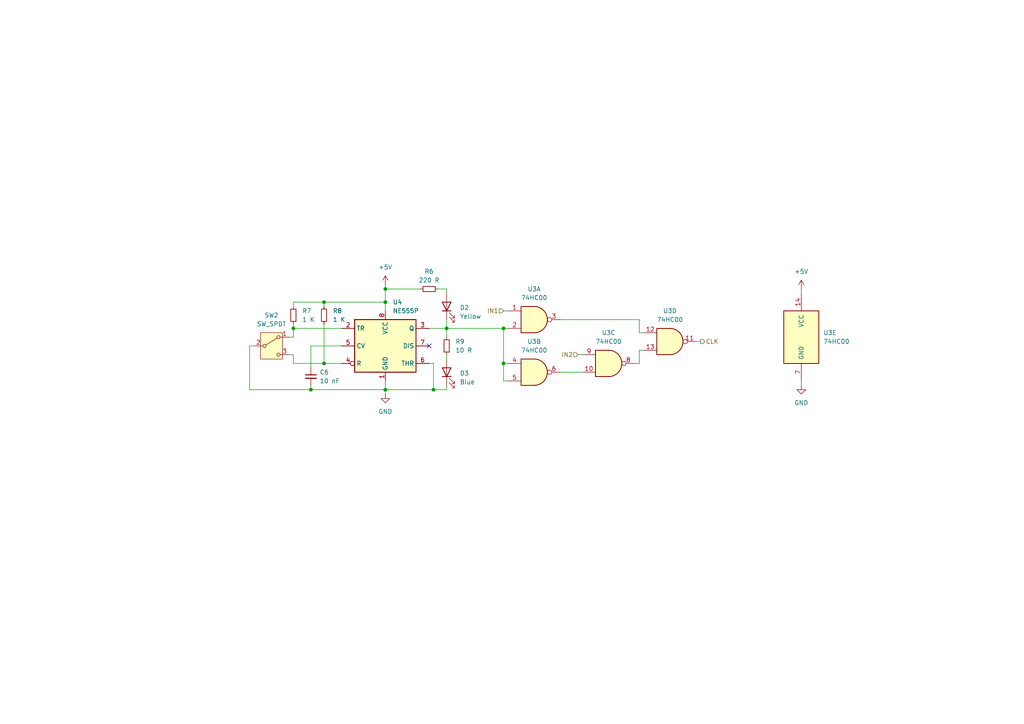
<source format=kicad_sch>
(kicad_sch (version 20250114) (generator "eeschema") (generator_version "9.0")
  (paper "A4")
  (lib_symbols
    (symbol "74xx:74HC00" (pin_names (offset 1.016))
      (property "Reference" "U" (at 0 1.27 0))
      (property "Value" "74HC00" (at 0 -1.27 0))
      (symbol "74HC00_1_1"
        (arc (start 0 3.81) (mid 3.7934 0) (end 0 -3.81) (stroke (width 0.254)) (fill (type background)))
        (polyline (pts (xy 0 3.81) (xy -3.81 3.81) (xy -3.81 -3.81) (xy 0 -3.81)) (stroke (width 0.254)) (fill (type background)))
        (pin input line (at -7.62 2.54 0) (length 3.81) (name "~") (number "1"))
        (pin input line (at -7.62 -2.54 0) (length 3.81) (name "~") (number "2"))
        (pin output inverted (at 7.62 0 180) (length 3.81) (name "~") (number "3"))
      )
      (symbol "74HC00_1_2"
        (arc (start -3.81 3.81) (mid -2.589 0) (end -3.81 -3.81) (stroke (width 0.254)))
        (polyline (pts (xy -3.81 3.81) (xy -0.635 3.81)) (stroke (width 0.254)) (fill (type background)))
        (polyline (pts (xy -3.81 -3.81) (xy -0.635 -3.81)) (stroke (width 0.254)) (fill (type background)))
        (arc (start 3.81 0) (mid 2.1855 -2.584) (end -0.6096 -3.81) (stroke (width 0.254)) (fill (type background)))
        (arc (start -0.6096 3.81) (mid 2.1928 2.5924) (end 3.81 0) (stroke (width 0.254)) (fill (type background)))
        (polyline (pts (xy -0.635 3.81) (xy -3.81 3.81) (xy -3.81 3.81) (xy -3.556 3.4036) (xy -3.0226 2.2606) (xy -2.6924 1.0414) (xy -2.6162 -0.254) (xy -2.7686 -1.4986) (xy -3.175 -2.7178) (xy -3.81 -3.81) (xy -3.81 -3.81) (xy -0.635 -3.81)) (stroke (width -25.4)) (fill (type background)))
        (pin input inverted (at -7.62 2.54 0) (length 4.318) (name "~") (number "1"))
        (pin input inverted (at -7.62 -2.54 0) (length 4.318) (name "~") (number "2"))
        (pin output line (at 7.62 0 180) (length 3.81) (name "~") (number "3"))
      )
      (symbol "74HC00_2_1"
        (arc (start 0 3.81) (mid 3.7934 0) (end 0 -3.81) (stroke (width 0.254)) (fill (type background)))
        (polyline (pts (xy 0 3.81) (xy -3.81 3.81) (xy -3.81 -3.81) (xy 0 -3.81)) (stroke (width 0.254)) (fill (type background)))
        (pin input line (at -7.62 2.54 0) (length 3.81) (name "~") (number "4"))
        (pin input line (at -7.62 -2.54 0) (length 3.81) (name "~") (number "5"))
        (pin output inverted (at 7.62 0 180) (length 3.81) (name "~") (number "6"))
      )
      (symbol "74HC00_2_2"
        (arc (start -3.81 3.81) (mid -2.589 0) (end -3.81 -3.81) (stroke (width 0.254)))
        (polyline (pts (xy -3.81 3.81) (xy -0.635 3.81)) (stroke (width 0.254)) (fill (type background)))
        (polyline (pts (xy -3.81 -3.81) (xy -0.635 -3.81)) (stroke (width 0.254)) (fill (type background)))
        (arc (start 3.81 0) (mid 2.1855 -2.584) (end -0.6096 -3.81) (stroke (width 0.254)) (fill (type background)))
        (arc (start -0.6096 3.81) (mid 2.1928 2.5924) (end 3.81 0) (stroke (width 0.254)) (fill (type background)))
        (polyline (pts (xy -0.635 3.81) (xy -3.81 3.81) (xy -3.81 3.81) (xy -3.556 3.4036) (xy -3.0226 2.2606) (xy -2.6924 1.0414) (xy -2.6162 -0.254) (xy -2.7686 -1.4986) (xy -3.175 -2.7178) (xy -3.81 -3.81) (xy -3.81 -3.81) (xy -0.635 -3.81)) (stroke (width -25.4)) (fill (type background)))
        (pin input inverted (at -7.62 2.54 0) (length 4.318) (name "~") (number "4"))
        (pin input inverted (at -7.62 -2.54 0) (length 4.318) (name "~") (number "5"))
        (pin output line (at 7.62 0 180) (length 3.81) (name "~") (number "6"))
      )
      (symbol "74HC00_3_1"
        (arc (start 0 3.81) (mid 3.7934 0) (end 0 -3.81) (stroke (width 0.254)) (fill (type background)))
        (polyline (pts (xy 0 3.81) (xy -3.81 3.81) (xy -3.81 -3.81) (xy 0 -3.81)) (stroke (width 0.254)) (fill (type background)))
        (pin input line (at -7.62 2.54 0) (length 3.81) (name "~") (number "9"))
        (pin input line (at -7.62 -2.54 0) (length 3.81) (name "~") (number "10"))
        (pin output inverted (at 7.62 0 180) (length 3.81) (name "~") (number "8"))
      )
      (symbol "74HC00_3_2"
        (arc (start -3.81 3.81) (mid -2.589 0) (end -3.81 -3.81) (stroke (width 0.254)))
        (polyline (pts (xy -3.81 3.81) (xy -0.635 3.81)) (stroke (width 0.254)) (fill (type background)))
        (polyline (pts (xy -3.81 -3.81) (xy -0.635 -3.81)) (stroke (width 0.254)) (fill (type background)))
        (arc (start 3.81 0) (mid 2.1855 -2.584) (end -0.6096 -3.81) (stroke (width 0.254)) (fill (type background)))
        (arc (start -0.6096 3.81) (mid 2.1928 2.5924) (end 3.81 0) (stroke (width 0.254)) (fill (type background)))
        (polyline (pts (xy -0.635 3.81) (xy -3.81 3.81) (xy -3.81 3.81) (xy -3.556 3.4036) (xy -3.0226 2.2606) (xy -2.6924 1.0414) (xy -2.6162 -0.254) (xy -2.7686 -1.4986) (xy -3.175 -2.7178) (xy -3.81 -3.81) (xy -3.81 -3.81) (xy -0.635 -3.81)) (stroke (width -25.4)) (fill (type background)))
        (pin input inverted (at -7.62 2.54 0) (length 4.318) (name "~") (number "9"))
        (pin input inverted (at -7.62 -2.54 0) (length 4.318) (name "~") (number "10"))
        (pin output line (at 7.62 0 180) (length 3.81) (name "~") (number "8"))
      )
      (symbol "74HC00_4_1"
        (arc (start 0 3.81) (mid 3.7934 0) (end 0 -3.81) (stroke (width 0.254)) (fill (type background)))
        (polyline (pts (xy 0 3.81) (xy -3.81 3.81) (xy -3.81 -3.81) (xy 0 -3.81)) (stroke (width 0.254)) (fill (type background)))
        (pin input line (at -7.62 2.54 0) (length 3.81) (name "~") (number "12"))
        (pin input line (at -7.62 -2.54 0) (length 3.81) (name "~") (number "13"))
        (pin output inverted (at 7.62 0 180) (length 3.81) (name "~") (number "11"))
      )
      (symbol "74HC00_4_2"
        (arc (start -3.81 3.81) (mid -2.589 0) (end -3.81 -3.81) (stroke (width 0.254)))
        (polyline (pts (xy -3.81 3.81) (xy -0.635 3.81)) (stroke (width 0.254)) (fill (type background)))
        (polyline (pts (xy -3.81 -3.81) (xy -0.635 -3.81)) (stroke (width 0.254)) (fill (type background)))
        (arc (start 3.81 0) (mid 2.1855 -2.584) (end -0.6096 -3.81) (stroke (width 0.254)) (fill (type background)))
        (arc (start -0.6096 3.81) (mid 2.1928 2.5924) (end 3.81 0) (stroke (width 0.254)) (fill (type background)))
        (polyline (pts (xy -0.635 3.81) (xy -3.81 3.81) (xy -3.81 3.81) (xy -3.556 3.4036) (xy -3.0226 2.2606) (xy -2.6924 1.0414) (xy -2.6162 -0.254) (xy -2.7686 -1.4986) (xy -3.175 -2.7178) (xy -3.81 -3.81) (xy -3.81 -3.81) (xy -0.635 -3.81)) (stroke (width -25.4)) (fill (type background)))
        (pin input inverted (at -7.62 2.54 0) (length 4.318) (name "~") (number "12"))
        (pin input inverted (at -7.62 -2.54 0) (length 4.318) (name "~") (number "13"))
        (pin output line (at 7.62 0 180) (length 3.81) (name "~") (number "11"))
      )
      (symbol "74HC00_5_0"
        (pin power_in line (at 0 12.7 270) (length 5.08) (name "VCC") (number "14"))
        (pin power_in line (at 0 -12.7 90) (length 5.08) (name "GND") (number "7"))
      )
      (symbol "74HC00_5_1"
        (rectangle (start -5.08 7.62) (end 5.08 -7.62) (stroke (width 0.254)) (fill (type background)))
      )
    )
    (symbol "Device:C_Small" (pin_numbers (hide yes)) (pin_names (offset 0.254) (hide yes))
      (property "Reference" "C" (at 0.254 1.778 0))
      (property "Value" "C_Small" (at 0.254 -2.032 0))
      (symbol "C_Small_0_1"
        (polyline (pts (xy -1.524 0.508) (xy 1.524 0.508)) (stroke (width 0.3048)))
        (polyline (pts (xy -1.524 -0.508) (xy 1.524 -0.508)) (stroke (width 0.3302)))
      )
      (symbol "C_Small_1_1"
        (pin passive line (at 0 2.54 270) (length 2.032) (name "~") (number "1"))
        (pin passive line (at 0 -2.54 90) (length 2.032) (name "~") (number "2"))
      )
    )
    (symbol "Device:LED" (pin_numbers (hide yes)) (pin_names (offset 1.016) (hide yes))
      (property "Reference" "D" (at 0 2.54 0))
      (property "Value" "LED" (at 0 -2.54 0))
      (symbol "LED_0_1"
        (polyline (pts (xy -3.048 -0.762) (xy -4.572 -2.286) (xy -3.81 -2.286) (xy -4.572 -2.286) (xy -4.572 -1.524)))
        (polyline (pts (xy -1.778 -0.762) (xy -3.302 -2.286) (xy -2.54 -2.286) (xy -3.302 -2.286) (xy -3.302 -1.524)))
        (polyline (pts (xy -1.27 0) (xy 1.27 0)))
        (polyline (pts (xy -1.27 -1.27) (xy -1.27 1.27)) (stroke (width 0.254)))
        (polyline (pts (xy 1.27 -1.27) (xy 1.27 1.27) (xy -1.27 0) (xy 1.27 -1.27)) (stroke (width 0.254)))
      )
      (symbol "LED_1_1"
        (pin passive line (at -3.81 0 0) (length 2.54) (name "K") (number "1"))
        (pin passive line (at 3.81 0 180) (length 2.54) (name "A") (number "2"))
      )
    )
    (symbol "Device:R_Small" (pin_numbers (hide yes)) (pin_names (offset 0.254) (hide yes))
      (property "Reference" "R" (at 0.762 0.508 0))
      (property "Value" "R_Small" (at 0.762 -1.016 0))
      (symbol "R_Small_0_1"
        (rectangle (start -0.762 1.778) (end 0.762 -1.778) (stroke (width 0.2032)))
      )
      (symbol "R_Small_1_1"
        (pin passive line (at 0 2.54 270) (length 0.762) (name "~") (number "1"))
        (pin passive line (at 0 -2.54 90) (length 0.762) (name "~") (number "2"))
      )
    )
    (symbol "Switch:SW_SPDT" (pin_names (offset 0) (hide yes))
      (property "Reference" "SW" (at 0 5.08 0))
      (property "Value" "SW_SPDT" (at 0 -5.08 0))
      (symbol "SW_SPDT_0_1"
        (circle (center -2.032 0) (radius 0.4572))
        (polyline (pts (xy -1.651 0.254) (xy 1.651 2.286)))
        (circle (center 2.032 2.54) (radius 0.4572))
        (circle (center 2.032 -2.54) (radius 0.4572))
      )
      (symbol "SW_SPDT_1_1"
        (rectangle (start -3.175 3.81) (end 3.175 -3.81) (fill (type background)))
        (pin passive line (at -5.08 0 0) (length 2.54) (name "B") (number "2"))
        (pin passive line (at 5.08 2.54 180) (length 2.54) (name "A") (number "1"))
        (pin passive line (at 5.08 -2.54 180) (length 2.54) (name "C") (number "3"))
      )
    )
    (symbol "Timer:NE555P"
      (property "Reference" "U" (at -10.16 8.89 0))
      (property "Value" "NE555P" (at 2.54 8.89 0))
      (symbol "NE555P_0_0"
        (pin power_in line (at 0 10.16 270) (length 2.54) (name "VCC") (number "8"))
        (pin power_in line (at 0 -10.16 90) (length 2.54) (name "GND") (number "1"))
      )
      (symbol "NE555P_0_1"
        (rectangle (start -8.89 -7.62) (end 8.89 7.62) (stroke (width 0.254)) (fill (type background)))
        (rectangle (start -8.89 -7.62) (end 8.89 7.62) (stroke (width 0.254)) (fill (type background)))
      )
      (symbol "NE555P_1_1"
        (pin input line (at -12.7 5.08 0) (length 3.81) (name "TR") (number "2"))
        (pin input line (at -12.7 0 0) (length 3.81) (name "CV") (number "5"))
        (pin input inverted (at -12.7 -5.08 0) (length 3.81) (name "R") (number "4"))
        (pin output line (at 12.7 5.08 180) (length 3.81) (name "Q") (number "3"))
        (pin input line (at 12.7 0 180) (length 3.81) (name "DIS") (number "7"))
        (pin input line (at 12.7 -5.08 180) (length 3.81) (name "THR") (number "6"))
      )
    )
    (symbol "power:+5V" (power) (pin_numbers (hide yes)) (pin_names (offset 0) (hide yes))
      (property "Value" "+5V" (at 0 3.556 0))
      (symbol "+5V_0_1"
        (polyline (pts (xy -0.762 1.27) (xy 0 2.54)))
        (polyline (pts (xy 0 2.54) (xy 0.762 1.27)))
        (polyline (pts (xy 0 0) (xy 0 2.54)))
      )
      (symbol "+5V_1_1"
        (pin power_in line (at 0 0 90) (length 0) (name "~") (number "1"))
      )
    )
    (symbol "power:GND" (power) (pin_numbers (hide yes)) (pin_names (offset 0) (hide yes))
      (property "Value" "GND" (at 0 -3.81 0))
      (symbol "GND_0_1"
        (polyline (pts (xy 0 0) (xy 0 -1.27) (xy 1.27 -1.27) (xy 0 -2.54) (xy -1.27 -1.27) (xy 0 -1.27)))
      )
      (symbol "GND_1_1"
        (pin power_in line (at 0 0 270) (length 0) (name "~") (number "1"))
      )
    )
  )
  (junction (at 111.76 113.03))
  (junction (at 111.76 83.82))
  (junction (at 146.05 105.41))
  (junction (at 146.05 95.25))
  (junction (at 93.98 105.41))
  (junction (at 129.54 95.25))
  (junction (at 90.17 113.03))
  (junction (at 111.76 87.63))
  (junction (at 125.73 113.03))
  (junction (at 85.09 95.25))
  (junction (at 93.98 87.63))
  (no_connect (at 124.46 100.33))
  (wire (pts (xy 129.54 111.76) (xy 129.54 113.03)))
  (wire (pts (xy 124.46 105.41) (xy 125.73 105.41)))
  (wire (pts (xy 146.05 105.41) (xy 146.05 110.49)))
  (wire (pts (xy 111.76 83.82) (xy 121.92 83.82)))
  (wire (pts (xy 185.42 101.6) (xy 186.69 101.6)))
  (wire (pts (xy 93.98 105.41) (xy 99.06 105.41)))
  (wire (pts (xy 72.39 100.33) (xy 72.39 113.03)))
  (wire (pts (xy 232.41 110.49) (xy 232.41 111.76)))
  (wire (pts (xy 129.54 83.82) (xy 129.54 85.09)))
  (wire (pts (xy 111.76 82.55) (xy 111.76 83.82)))
  (wire (pts (xy 99.06 95.25) (xy 85.09 95.25)))
  (wire (pts (xy 85.09 105.41) (xy 93.98 105.41)))
  (wire (pts (xy 129.54 102.87) (xy 129.54 104.14)))
  (wire (pts (xy 232.41 83.82) (xy 232.41 85.09)))
  (wire (pts (xy 162.56 92.71) (xy 185.42 92.71)))
  (wire (pts (xy 129.54 95.25) (xy 146.05 95.25)))
  (wire (pts (xy 90.17 106.68) (xy 90.17 100.33)))
  (wire (pts (xy 93.98 87.63) (xy 111.76 87.63)))
  (wire (pts (xy 201.93 99.06) (xy 203.2 99.06)))
  (wire (pts (xy 129.54 92.71) (xy 129.54 95.25)))
  (wire (pts (xy 90.17 100.33) (xy 99.06 100.33)))
  (wire (pts (xy 90.17 113.03) (xy 111.76 113.03)))
  (wire (pts (xy 147.32 105.41) (xy 146.05 105.41)))
  (wire (pts (xy 85.09 88.9) (xy 85.09 87.63)))
  (wire (pts (xy 185.42 92.71) (xy 185.42 96.52)))
  (wire (pts (xy 83.82 97.79) (xy 85.09 97.79)))
  (wire (pts (xy 185.42 105.41) (xy 185.42 101.6)))
  (wire (pts (xy 72.39 113.03) (xy 90.17 113.03)))
  (wire (pts (xy 185.42 96.52) (xy 186.69 96.52)))
  (wire (pts (xy 93.98 87.63) (xy 93.98 88.9)))
  (wire (pts (xy 85.09 93.98) (xy 85.09 95.25)))
  (wire (pts (xy 184.15 105.41) (xy 185.42 105.41)))
  (wire (pts (xy 93.98 93.98) (xy 93.98 105.41)))
  (wire (pts (xy 85.09 97.79) (xy 85.09 95.25)))
  (wire (pts (xy 90.17 111.76) (xy 90.17 113.03)))
  (wire (pts (xy 111.76 83.82) (xy 111.76 87.63)))
  (wire (pts (xy 147.32 110.49) (xy 146.05 110.49)))
  (wire (pts (xy 146.05 105.41) (xy 146.05 95.25)))
  (wire (pts (xy 111.76 113.03) (xy 111.76 114.3)))
  (wire (pts (xy 124.46 95.25) (xy 129.54 95.25)))
  (wire (pts (xy 73.66 100.33) (xy 72.39 100.33)))
  (wire (pts (xy 85.09 87.63) (xy 93.98 87.63)))
  (wire (pts (xy 127 83.82) (xy 129.54 83.82)))
  (wire (pts (xy 129.54 113.03) (xy 125.73 113.03)))
  (wire (pts (xy 125.73 113.03) (xy 111.76 113.03)))
  (wire (pts (xy 85.09 102.87) (xy 85.09 105.41)))
  (wire (pts (xy 167.64 102.87) (xy 168.91 102.87)))
  (wire (pts (xy 146.05 95.25) (xy 147.32 95.25)))
  (wire (pts (xy 129.54 95.25) (xy 129.54 97.79)))
  (wire (pts (xy 83.82 102.87) (xy 85.09 102.87)))
  (wire (pts (xy 162.56 107.95) (xy 168.91 107.95)))
  (wire (pts (xy 111.76 87.63) (xy 111.76 90.17)))
  (wire (pts (xy 111.76 110.49) (xy 111.76 113.03)))
  (wire (pts (xy 125.73 105.41) (xy 125.73 113.03)))
  (wire (pts (xy 146.05 90.17) (xy 147.32 90.17)))
  (hierarchical_label "IN1" (shape input) (at 146.05 90.17 180))
  (hierarchical_label "CLK" (shape output) (at 203.2 99.06 0))
  (hierarchical_label "IN2" (shape input) (at 167.64 102.87 180))
  (symbol (lib_id "74xx:74HC00") (at 232.41 97.79 0) (unit 5)
    (property "Reference" "U3" (at 238.76 96.5199 0) (effects (justify left)))
    (property "Value" "74HC00" (at 238.76 99.0599 0) (effects (justify left)))
    (property "Footprint" "Package_DIP:DIP-14_W7.62mm_Socket" (effects (hide yes)))
    (property "Datasheet" "http://www.ti.com/lit/gpn/sn74hc00" (effects (hide yes)))
    (property "Description" "quad 2-input NAND gate" (effects (hide yes)))
  )
  (symbol (lib_id "Device:R_Small") (at 85.09 91.44 0) (unit 1)
    (property "Reference" "R7" (at 87.63 90.1699 0) (effects (justify left)))
    (property "Value" "1 K" (at 87.63 92.7099 0) (effects (justify left)))
    (property "Footprint" "Resistor_THT:R_Axial_DIN0207_L6.3mm_D2.5mm_P10.16mm_Horizontal" (effects (hide yes)))
    (property "Description" "Resistor, small symbol" (effects (hide yes)))
  )
  (symbol (lib_id "Timer:NE555P") (at 111.76 100.33 0) (unit 1)
    (property "Reference" "U4" (at 113.9033 87.63 0) (effects (justify left)))
    (property "Value" "NE555P" (at 113.9033 90.17 0) (effects (justify left)))
    (property "Footprint" "Package_DIP:DIP-8_W7.62mm_Socket" (effects (hide yes)))
    (property "Datasheet" "http://www.ti.com/lit/ds/symlink/ne555.pdf" (effects (hide yes)))
    (property "Description" "Precision Timers, 555 compatible,  PDIP-8" (effects (hide yes)))
  )
  (symbol (lib_id "74xx:74HC00") (at 194.31 99.06 0) (unit 4)
    (property "Reference" "U3" (at 194.3017 90.17 0))
    (property "Value" "74HC00" (at 194.3017 92.71 0))
    (property "Footprint" "Package_DIP:DIP-14_W7.62mm_Socket" (effects (hide yes)))
    (property "Datasheet" "http://www.ti.com/lit/gpn/sn74hc00" (effects (hide yes)))
    (property "Description" "quad 2-input NAND gate" (effects (hide yes)))
  )
  (symbol (lib_id "Device:R_Small") (at 93.98 91.44 0) (unit 1)
    (property "Reference" "R8" (at 96.52 90.1699 0) (effects (justify left)))
    (property "Value" "1 K" (at 96.52 92.7099 0) (effects (justify left)))
    (property "Footprint" "Resistor_THT:R_Axial_DIN0207_L6.3mm_D2.5mm_P10.16mm_Horizontal" (effects (hide yes)))
    (property "Description" "Resistor, small symbol" (effects (hide yes)))
  )
  (symbol (lib_id "power:+5V") (at 232.41 83.82 0) (unit 1)
    (property "Reference" "#PWR017" (effects (hide yes)))
    (property "Value" "+5V" (at 232.41 78.74 0))
    (property "Description" "Power symbol creates a global label with name \"+5V\"" (effects (hide yes)))
  )
  (symbol (lib_id "Device:LED") (at 129.54 88.9 90) (unit 1)
    (property "Reference" "D2" (at 133.35 89.2174 90) (effects (justify right)))
    (property "Value" "Yellow" (at 133.35 91.7574 90) (effects (justify right)))
    (property "Footprint" "LED_THT:LED_D5.0mm" (effects (hide yes)))
    (property "Description" "Light emitting diode" (effects (hide yes)))
    (property "Sim.Pins" "1=K 2=A" (effects (hide yes)))
  )
  (symbol (lib_id "Device:LED") (at 129.54 107.95 90) (unit 1)
    (property "Reference" "D3" (at 133.35 108.2674 90) (effects (justify right)))
    (property "Value" "Blue" (at 133.35 110.8074 90) (effects (justify right)))
    (property "Footprint" "LED_THT:LED_D5.0mm" (effects (hide yes)))
    (property "Description" "Light emitting diode" (effects (hide yes)))
    (property "Sim.Pins" "1=K 2=A" (effects (hide yes)))
  )
  (symbol (lib_id "74xx:74HC00") (at 154.94 92.71 0) (unit 1)
    (property "Reference" "U3" (at 154.9317 83.82 0))
    (property "Value" "74HC00" (at 154.9317 86.36 0))
    (property "Footprint" "Package_DIP:DIP-14_W7.62mm_Socket" (effects (hide yes)))
    (property "Datasheet" "http://www.ti.com/lit/gpn/sn74hc00" (effects (hide yes)))
    (property "Description" "quad 2-input NAND gate" (effects (hide yes)))
  )
  (symbol (lib_id "power:GND") (at 232.41 111.76 0) (unit 1)
    (property "Reference" "#PWR018" (effects (hide yes)))
    (property "Value" "GND" (at 232.41 116.84 0))
    (property "Description" "Power symbol creates a global label with name \"GND\" , ground" (effects (hide yes)))
  )
  (symbol (lib_id "power:+5V") (at 111.76 82.55 0) (unit 1)
    (property "Reference" "#PWR016" (effects (hide yes)))
    (property "Value" "+5V" (at 111.76 77.47 0))
    (property "Description" "Power symbol creates a global label with name \"+5V\"" (effects (hide yes)))
  )
  (symbol (lib_id "Device:C_Small") (at 90.17 109.22 0) (unit 1)
    (property "Reference" "C6" (at 92.71 107.9562 0) (effects (justify left)))
    (property "Value" "10 nF" (at 92.71 110.4962 0) (effects (justify left)))
    (property "Footprint" "Capacitor_THT:C_Disc_D7.5mm_W5.0mm_P5.00mm" (effects (hide yes)))
    (property "Description" "Unpolarized capacitor, small symbol" (effects (hide yes)))
  )
  (symbol (lib_id "power:GND") (at 111.76 114.3 0) (unit 1)
    (property "Reference" "#PWR019" (effects (hide yes)))
    (property "Value" "GND" (at 111.76 119.38 0))
    (property "Description" "Power symbol creates a global label with name \"GND\" , ground" (effects (hide yes)))
  )
  (symbol (lib_id "74xx:74HC00") (at 154.94 107.95 0) (unit 2)
    (property "Reference" "U3" (at 154.9317 99.06 0))
    (property "Value" "74HC00" (at 154.9317 101.6 0))
    (property "Footprint" "Package_DIP:DIP-14_W7.62mm_Socket" (effects (hide yes)))
    (property "Datasheet" "http://www.ti.com/lit/gpn/sn74hc00" (effects (hide yes)))
    (property "Description" "quad 2-input NAND gate" (effects (hide yes)))
  )
  (symbol (lib_id "Device:R_Small") (at 124.46 83.82 90) (unit 1)
    (property "Reference" "R6" (at 124.46 78.74 90))
    (property "Value" "220 R" (at 124.46 81.28 90))
    (property "Footprint" "Resistor_THT:R_Axial_DIN0207_L6.3mm_D2.5mm_P10.16mm_Horizontal" (effects (hide yes)))
    (property "Description" "Resistor, small symbol" (effects (hide yes)))
  )
  (symbol (lib_id "Device:R_Small") (at 129.54 100.33 0) (unit 1)
    (property "Reference" "R9" (at 132.08 99.0599 0) (effects (justify left)))
    (property "Value" "10 R" (at 132.08 101.5999 0) (effects (justify left)))
    (property "Footprint" "Resistor_THT:R_Axial_DIN0207_L6.3mm_D2.5mm_P10.16mm_Horizontal" (effects (hide yes)))
    (property "Description" "Resistor, small symbol" (effects (hide yes)))
  )
  (symbol (lib_id "74xx:74HC00") (at 176.53 105.41 0) (unit 3)
    (property "Reference" "U3" (at 176.5217 96.52 0))
    (property "Value" "74HC00" (at 176.5217 99.06 0))
    (property "Footprint" "Package_DIP:DIP-14_W7.62mm_Socket" (effects (hide yes)))
    (property "Datasheet" "http://www.ti.com/lit/gpn/sn74hc00" (effects (hide yes)))
    (property "Description" "quad 2-input NAND gate" (effects (hide yes)))
  )
  (symbol (lib_id "Switch:SW_SPDT") (at 78.74 100.33 0) (unit 1)
    (property "Reference" "SW2" (at 78.74 91.44 0))
    (property "Value" "SW_SPDT" (at 78.74 93.98 0))
    (property "Footprint" "Connector_PinHeader_1.27mm:PinHeader_1x03_P1.27mm_Vertical" (effects (hide yes)))
    (property "Description" "Switch, single pole double throw" (effects (hide yes)))
  )
)
</source>
